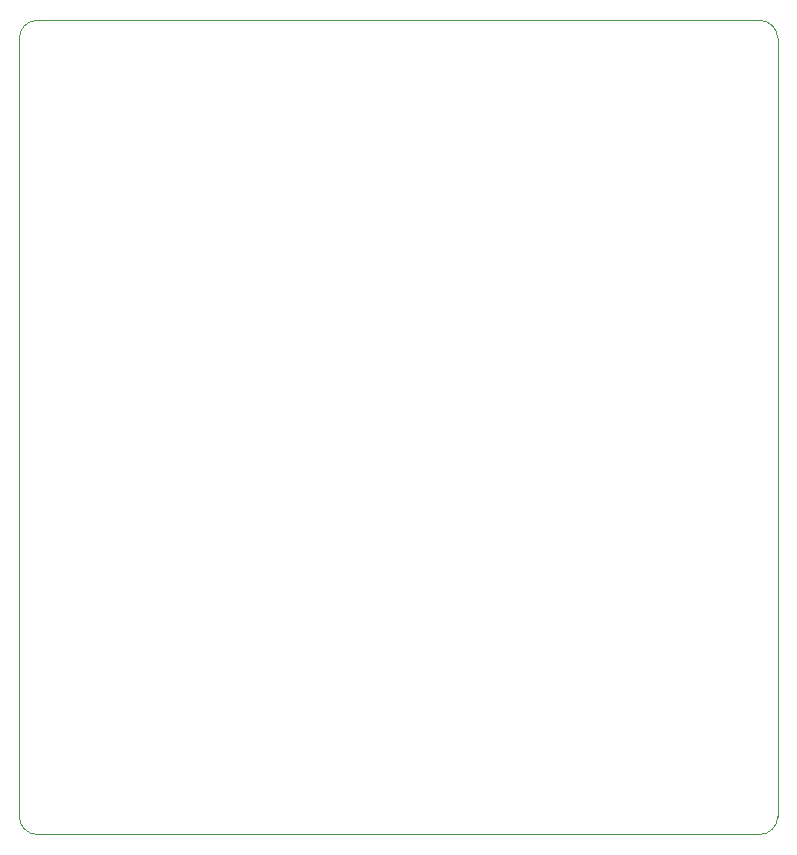
<source format=gbr>
%TF.GenerationSoftware,KiCad,Pcbnew,8.0.5*%
%TF.CreationDate,2025-07-21T17:16:39-07:00*%
%TF.ProjectId,Penguin_Paddle,50656e67-7569-46e5-9f50-6164646c652e, 4*%
%TF.SameCoordinates,Original*%
%TF.FileFunction,Profile,NP*%
%FSLAX46Y46*%
G04 Gerber Fmt 4.6, Leading zero omitted, Abs format (unit mm)*
G04 Created by KiCad (PCBNEW 8.0.5) date 2025-07-21 17:16:39*
%MOMM*%
%LPD*%
G01*
G04 APERTURE LIST*
%TA.AperFunction,Profile*%
%ADD10C,0.050000*%
%TD*%
G04 APERTURE END LIST*
D10*
X192130000Y-148270000D02*
X192130000Y-82360000D01*
X254840000Y-80860000D02*
G75*
G02*
X256340000Y-82360000I0J-1500000D01*
G01*
X193630000Y-80860000D02*
X254840000Y-80860000D01*
X192130000Y-82360000D02*
G75*
G02*
X193630000Y-80860000I1500000J0D01*
G01*
X193630000Y-149770000D02*
G75*
G02*
X192130000Y-148270000I0J1500000D01*
G01*
X254840000Y-149770000D02*
X193630000Y-149770000D01*
X256340000Y-82360000D02*
X256340000Y-148270000D01*
X256340000Y-148270000D02*
G75*
G02*
X254840000Y-149770000I-1500000J0D01*
G01*
M02*

</source>
